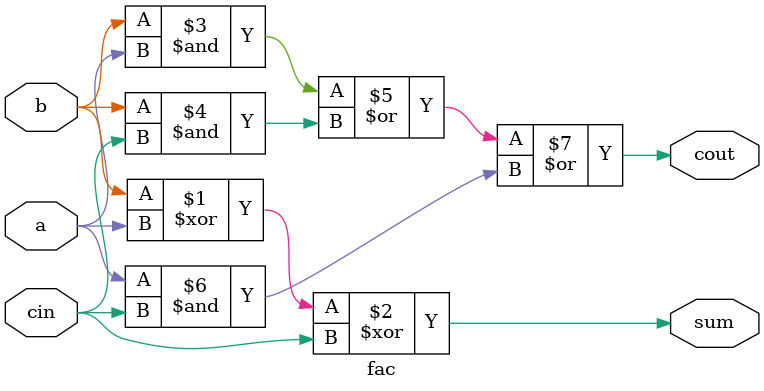
<source format=v>
module fac (
  input b,
  input a,
  input cin,
  output sum,
  output cout
);
  assign sum = (b ^ a ^ cin);
  assign cout = ((b & a) | (b & cin) | (a & cin));
endmodule
</source>
